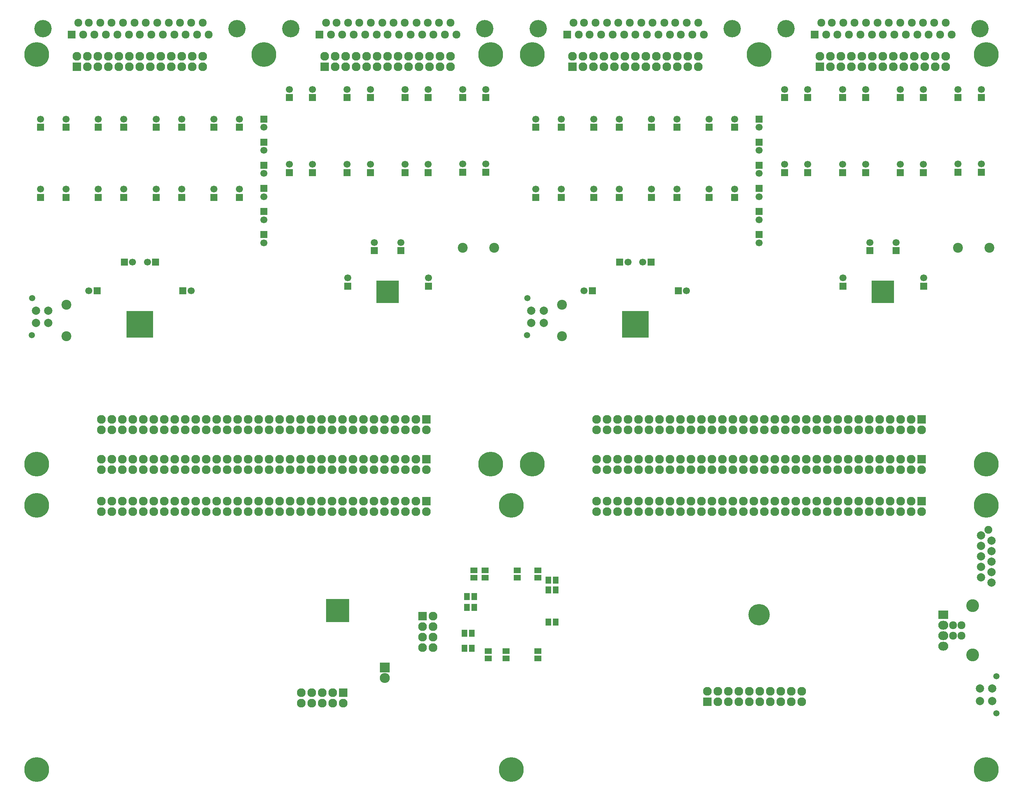
<source format=gbr>
G04 #@! TF.FileFunction,Soldermask,Bot*
%FSLAX46Y46*%
G04 Gerber Fmt 4.6, Leading zero omitted, Abs format (unit mm)*
G04 Created by KiCad (PCBNEW 4.0.7) date Friday, 13. April 2018 'u21' 16:21:34*
%MOMM*%
%LPD*%
G01*
G04 APERTURE LIST*
%ADD10C,0.100000*%
%ADD11R,2.127200X2.127200*%
%ADD12O,2.127200X2.127200*%
%ADD13C,6.000000*%
%ADD14R,1.700000X1.400000*%
%ADD15R,1.400000X1.700000*%
%ADD16R,2.432000X2.127200*%
%ADD17O,2.432000X2.127200*%
%ADD18O,5.200000X5.200000*%
%ADD19C,1.924000*%
%ADD20C,3.100020*%
%ADD21C,1.500000*%
%ADD22C,2.000000*%
%ADD23R,5.650000X5.650000*%
%ADD24R,2.432000X2.432000*%
%ADD25O,2.432000X2.432000*%
%ADD26C,1.900000*%
%ADD27R,1.700000X1.700000*%
%ADD28C,1.700000*%
%ADD29R,5.500000X5.500000*%
%ADD30R,6.550000X6.550000*%
%ADD31C,2.398980*%
%ADD32C,4.210000*%
%ADD33R,1.924000X1.924000*%
G04 APERTURE END LIST*
D10*
D11*
X249370000Y-154000000D03*
D12*
X249370000Y-156540000D03*
X246830000Y-154000000D03*
X246830000Y-156540000D03*
X244290000Y-154000000D03*
X244290000Y-156540000D03*
X241750000Y-154000000D03*
X241750000Y-156540000D03*
X239210000Y-154000000D03*
X239210000Y-156540000D03*
X236670000Y-154000000D03*
X236670000Y-156540000D03*
X234130000Y-154000000D03*
X234130000Y-156540000D03*
X231590000Y-154000000D03*
X231590000Y-156540000D03*
X229050000Y-154000000D03*
X229050000Y-156540000D03*
X226510000Y-154000000D03*
X226510000Y-156540000D03*
X223970000Y-154000000D03*
X223970000Y-156540000D03*
X221430000Y-154000000D03*
X221430000Y-156540000D03*
X218890000Y-154000000D03*
X218890000Y-156540000D03*
X216350000Y-154000000D03*
X216350000Y-156540000D03*
X213810000Y-154000000D03*
X213810000Y-156540000D03*
X211270000Y-154000000D03*
X211270000Y-156540000D03*
X208730000Y-154000000D03*
X208730000Y-156540000D03*
X206190000Y-154000000D03*
X206190000Y-156540000D03*
X203650000Y-154000000D03*
X203650000Y-156540000D03*
X201110000Y-154000000D03*
X201110000Y-156540000D03*
X198570000Y-154000000D03*
X198570000Y-156540000D03*
X196030000Y-154000000D03*
X196030000Y-156540000D03*
X193490000Y-154000000D03*
X193490000Y-156540000D03*
X190950000Y-154000000D03*
X190950000Y-156540000D03*
X188410000Y-154000000D03*
X188410000Y-156540000D03*
X185870000Y-154000000D03*
X185870000Y-156540000D03*
X183330000Y-154000000D03*
X183330000Y-156540000D03*
X180790000Y-154000000D03*
X180790000Y-156540000D03*
X178250000Y-154000000D03*
X178250000Y-156540000D03*
X175710000Y-154000000D03*
X175710000Y-156540000D03*
X173170000Y-154000000D03*
X173170000Y-156540000D03*
X170630000Y-154000000D03*
X170630000Y-156540000D03*
D13*
X35000000Y-155000000D03*
X150000000Y-155000000D03*
X265000000Y-155000000D03*
X35000000Y-219000000D03*
X150000000Y-219000000D03*
X265000000Y-219000000D03*
D14*
X144400000Y-190300000D03*
X144400000Y-192100000D03*
X148700000Y-190300000D03*
X148700000Y-192100000D03*
X156400000Y-190300000D03*
X156400000Y-192100000D03*
D15*
X158900000Y-183300000D03*
X160700000Y-183300000D03*
X158900000Y-175500000D03*
X160700000Y-175500000D03*
X158900000Y-173100000D03*
X160700000Y-173100000D03*
D14*
X156400000Y-172500000D03*
X156400000Y-170700000D03*
X151400000Y-172500000D03*
X151400000Y-170700000D03*
X143600000Y-172500000D03*
X143600000Y-170700000D03*
X140900000Y-172500000D03*
X140900000Y-170700000D03*
D15*
X141000000Y-177100000D03*
X139200000Y-177100000D03*
X141000000Y-179700000D03*
X139200000Y-179700000D03*
X140400000Y-186000000D03*
X138600000Y-186000000D03*
X140400000Y-189600000D03*
X138600000Y-189600000D03*
D11*
X128460000Y-181860000D03*
D12*
X131000000Y-181860000D03*
X128460000Y-184400000D03*
X131000000Y-184400000D03*
X128460000Y-186940000D03*
X131000000Y-186940000D03*
X128460000Y-189480000D03*
X131000000Y-189480000D03*
D11*
X129370000Y-154000000D03*
D12*
X129370000Y-156540000D03*
X126830000Y-154000000D03*
X126830000Y-156540000D03*
X124290000Y-154000000D03*
X124290000Y-156540000D03*
X121750000Y-154000000D03*
X121750000Y-156540000D03*
X119210000Y-154000000D03*
X119210000Y-156540000D03*
X116670000Y-154000000D03*
X116670000Y-156540000D03*
X114130000Y-154000000D03*
X114130000Y-156540000D03*
X111590000Y-154000000D03*
X111590000Y-156540000D03*
X109050000Y-154000000D03*
X109050000Y-156540000D03*
X106510000Y-154000000D03*
X106510000Y-156540000D03*
X103970000Y-154000000D03*
X103970000Y-156540000D03*
X101430000Y-154000000D03*
X101430000Y-156540000D03*
X98890000Y-154000000D03*
X98890000Y-156540000D03*
X96350000Y-154000000D03*
X96350000Y-156540000D03*
X93810000Y-154000000D03*
X93810000Y-156540000D03*
X91270000Y-154000000D03*
X91270000Y-156540000D03*
X88730000Y-154000000D03*
X88730000Y-156540000D03*
X86190000Y-154000000D03*
X86190000Y-156540000D03*
X83650000Y-154000000D03*
X83650000Y-156540000D03*
X81110000Y-154000000D03*
X81110000Y-156540000D03*
X78570000Y-154000000D03*
X78570000Y-156540000D03*
X76030000Y-154000000D03*
X76030000Y-156540000D03*
X73490000Y-154000000D03*
X73490000Y-156540000D03*
X70950000Y-154000000D03*
X70950000Y-156540000D03*
X68410000Y-154000000D03*
X68410000Y-156540000D03*
X65870000Y-154000000D03*
X65870000Y-156540000D03*
X63330000Y-154000000D03*
X63330000Y-156540000D03*
X60790000Y-154000000D03*
X60790000Y-156540000D03*
X58250000Y-154000000D03*
X58250000Y-156540000D03*
X55710000Y-154000000D03*
X55710000Y-156540000D03*
X53170000Y-154000000D03*
X53170000Y-156540000D03*
X50630000Y-154000000D03*
X50630000Y-156540000D03*
D11*
X197480000Y-202540000D03*
D12*
X197480000Y-200000000D03*
X200020000Y-202540000D03*
X200020000Y-200000000D03*
X202560000Y-202540000D03*
X202560000Y-200000000D03*
X205100000Y-202540000D03*
X205100000Y-200000000D03*
X207640000Y-202540000D03*
X207640000Y-200000000D03*
X210180000Y-202540000D03*
X210180000Y-200000000D03*
X212720000Y-202540000D03*
X212720000Y-200000000D03*
X215260000Y-202540000D03*
X215260000Y-200000000D03*
X217800000Y-202540000D03*
X217800000Y-200000000D03*
X220340000Y-202540000D03*
X220340000Y-200000000D03*
D16*
X254600000Y-181460000D03*
D17*
X254600000Y-184000000D03*
X254600000Y-186540000D03*
X254600000Y-189080000D03*
D18*
X210000000Y-181500000D03*
D19*
X257000000Y-186540000D03*
X257000000Y-184000000D03*
X258998980Y-184000000D03*
X258998980Y-186540000D03*
D20*
X261699000Y-191269480D03*
X261699000Y-179270520D03*
D21*
X267500000Y-196400000D03*
D22*
X263500000Y-202400000D03*
X263500000Y-199400000D03*
X266500000Y-202400000D03*
X266500000Y-199400000D03*
D21*
X267440000Y-205400000D03*
D23*
X107850000Y-180500000D03*
D24*
X119300000Y-194300000D03*
D25*
X119300000Y-196840000D03*
D11*
X109240000Y-200360000D03*
D12*
X109240000Y-202900000D03*
X106700000Y-200360000D03*
X106700000Y-202900000D03*
X104160000Y-200360000D03*
X104160000Y-202900000D03*
X101620000Y-200360000D03*
X101620000Y-202900000D03*
X99080000Y-200360000D03*
X99080000Y-202900000D03*
D22*
X263730000Y-162285000D03*
X266270000Y-163555000D03*
X263730000Y-164825000D03*
X266270000Y-166095000D03*
X263730000Y-167365000D03*
X266270000Y-168635000D03*
X263730000Y-169905000D03*
X266270000Y-171175000D03*
X263730000Y-172445000D03*
X266270000Y-173715000D03*
D26*
X265530000Y-160885000D03*
D27*
X77900000Y-63400000D03*
D28*
X77900000Y-61400000D03*
D27*
X63900000Y-63400000D03*
D28*
X63900000Y-61400000D03*
D13*
X35000000Y-45800000D03*
X145000000Y-45800000D03*
X145000000Y-145000000D03*
X35000000Y-145000000D03*
D27*
X70400000Y-103000000D03*
D28*
X72400000Y-103000000D03*
D27*
X56200000Y-96100000D03*
D28*
X58200000Y-96100000D03*
D27*
X49600000Y-103000000D03*
D28*
X47600000Y-103000000D03*
D27*
X63800000Y-96100000D03*
D28*
X61800000Y-96100000D03*
D27*
X138200000Y-74300000D03*
D28*
X138200000Y-72300000D03*
D27*
X138200000Y-56200000D03*
D28*
X138200000Y-54200000D03*
D27*
X143800000Y-74300000D03*
D28*
X143800000Y-72300000D03*
D27*
X143800000Y-56200000D03*
D28*
X143800000Y-54200000D03*
D27*
X124200000Y-74400000D03*
D28*
X124200000Y-72400000D03*
D27*
X124200000Y-56200000D03*
D28*
X124200000Y-54200000D03*
D27*
X129800000Y-56200000D03*
D28*
X129800000Y-54200000D03*
D27*
X110200000Y-74400000D03*
D28*
X110200000Y-72400000D03*
D27*
X110200000Y-56200000D03*
D28*
X110200000Y-54200000D03*
D27*
X115800000Y-74400000D03*
D28*
X115800000Y-72400000D03*
D27*
X115800000Y-56200000D03*
D28*
X115800000Y-54200000D03*
D27*
X96200000Y-74400000D03*
D28*
X96200000Y-72400000D03*
D27*
X96200000Y-56200000D03*
D28*
X96200000Y-54200000D03*
D27*
X101800000Y-74400000D03*
D28*
X101800000Y-72400000D03*
D27*
X101800000Y-56200000D03*
D28*
X101800000Y-54200000D03*
D27*
X84100000Y-80400000D03*
D28*
X84100000Y-78400000D03*
D27*
X84100000Y-63400000D03*
D28*
X84100000Y-61400000D03*
D27*
X77900000Y-80400000D03*
D28*
X77900000Y-78400000D03*
D27*
X70100000Y-80400000D03*
D28*
X70100000Y-78400000D03*
D27*
X70100000Y-63400000D03*
D28*
X70100000Y-61400000D03*
D27*
X63900000Y-80400000D03*
D28*
X63900000Y-78400000D03*
D27*
X56100000Y-80400000D03*
D28*
X56100000Y-78400000D03*
D27*
X56100000Y-63400000D03*
D28*
X56100000Y-61400000D03*
D27*
X49900000Y-80400000D03*
D28*
X49900000Y-78400000D03*
D27*
X49900000Y-63400000D03*
D28*
X49900000Y-61400000D03*
D27*
X42100000Y-80400000D03*
D28*
X42100000Y-78400000D03*
D27*
X42100000Y-63400000D03*
D28*
X42100000Y-61400000D03*
D27*
X35900000Y-80400000D03*
D28*
X35900000Y-78400000D03*
D27*
X35900000Y-63400000D03*
D28*
X35900000Y-61400000D03*
D27*
X110300000Y-101900000D03*
D28*
X110300000Y-99900000D03*
D27*
X116800000Y-93300000D03*
D28*
X116800000Y-91300000D03*
D27*
X123200000Y-93300000D03*
D28*
X123200000Y-91300000D03*
D27*
X129900000Y-101900000D03*
D28*
X129900000Y-99900000D03*
D27*
X129800000Y-74400000D03*
D28*
X129800000Y-72400000D03*
D29*
X120000000Y-103300000D03*
D30*
X60000000Y-111100000D03*
D11*
X44760000Y-48700000D03*
D12*
X44760000Y-46160000D03*
X47300000Y-48700000D03*
X47300000Y-46160000D03*
X49840000Y-48700000D03*
X49840000Y-46160000D03*
X52380000Y-48700000D03*
X52380000Y-46160000D03*
X54920000Y-48700000D03*
X54920000Y-46160000D03*
X57460000Y-48700000D03*
X57460000Y-46160000D03*
X60000000Y-48700000D03*
X60000000Y-46160000D03*
X62540000Y-48700000D03*
X62540000Y-46160000D03*
X65080000Y-48700000D03*
X65080000Y-46160000D03*
X67620000Y-48700000D03*
X67620000Y-46160000D03*
X70160000Y-48700000D03*
X70160000Y-46160000D03*
X72700000Y-48700000D03*
X72700000Y-46160000D03*
X75240000Y-48700000D03*
X75240000Y-46160000D03*
D11*
X104760000Y-48700000D03*
D12*
X104760000Y-46160000D03*
X107300000Y-48700000D03*
X107300000Y-46160000D03*
X109840000Y-48700000D03*
X109840000Y-46160000D03*
X112380000Y-48700000D03*
X112380000Y-46160000D03*
X114920000Y-48700000D03*
X114920000Y-46160000D03*
X117460000Y-48700000D03*
X117460000Y-46160000D03*
X120000000Y-48700000D03*
X120000000Y-46160000D03*
X122540000Y-48700000D03*
X122540000Y-46160000D03*
X125080000Y-48700000D03*
X125080000Y-46160000D03*
X127620000Y-48700000D03*
X127620000Y-46160000D03*
X130160000Y-48700000D03*
X130160000Y-46160000D03*
X132700000Y-48700000D03*
X132700000Y-46160000D03*
X135240000Y-48700000D03*
X135240000Y-46160000D03*
D31*
X145800000Y-92600000D03*
X138180000Y-92600000D03*
D13*
X90000000Y-45800000D03*
D21*
X33800000Y-113800000D03*
D22*
X37800000Y-107800000D03*
X37800000Y-110800000D03*
X34800000Y-107800000D03*
X34800000Y-110800000D03*
D21*
X33860000Y-104800000D03*
D31*
X42200000Y-114020000D03*
X42200000Y-106400000D03*
D32*
X83495000Y-39500000D03*
X36505000Y-39500000D03*
D33*
X43490000Y-40940000D03*
D19*
X46284000Y-40940000D03*
X48951000Y-40940000D03*
X51745000Y-40940000D03*
X54539000Y-40940000D03*
X57333000Y-40940000D03*
X60000000Y-40940000D03*
X62794000Y-40940000D03*
X65588000Y-40940000D03*
X68382000Y-40940000D03*
X71049000Y-40940000D03*
X73843000Y-40940000D03*
X76637000Y-40940000D03*
X45064800Y-38100000D03*
X47604800Y-38100000D03*
X50398800Y-38100000D03*
X53142000Y-38100000D03*
X55885200Y-38100000D03*
X58679200Y-38100000D03*
X61422400Y-38100000D03*
X64165600Y-38100000D03*
X67010400Y-38100000D03*
X69702800Y-38100000D03*
X72446000Y-38100000D03*
X75240000Y-38100000D03*
D32*
X143495000Y-39500000D03*
X96505000Y-39500000D03*
D33*
X103490000Y-40940000D03*
D19*
X106284000Y-40940000D03*
X108951000Y-40940000D03*
X111745000Y-40940000D03*
X114539000Y-40940000D03*
X117333000Y-40940000D03*
X120000000Y-40940000D03*
X122794000Y-40940000D03*
X125588000Y-40940000D03*
X128382000Y-40940000D03*
X131049000Y-40940000D03*
X133843000Y-40940000D03*
X136637000Y-40940000D03*
X105064800Y-38100000D03*
X107604800Y-38100000D03*
X110398800Y-38100000D03*
X113142000Y-38100000D03*
X115885200Y-38100000D03*
X118679200Y-38100000D03*
X121422400Y-38100000D03*
X124165600Y-38100000D03*
X127010400Y-38100000D03*
X129702800Y-38100000D03*
X132446000Y-38100000D03*
X135240000Y-38100000D03*
D27*
X90000000Y-61400000D03*
D28*
X90000000Y-63400000D03*
D27*
X90000000Y-72600000D03*
D28*
X90000000Y-74600000D03*
D27*
X90000000Y-67000000D03*
D28*
X90000000Y-69000000D03*
D27*
X90000000Y-78200000D03*
D28*
X90000000Y-80200000D03*
D27*
X90000000Y-83800000D03*
D28*
X90000000Y-85800000D03*
D27*
X90000000Y-89400000D03*
D28*
X90000000Y-91400000D03*
D11*
X129370000Y-143860000D03*
D12*
X129370000Y-146400000D03*
X126830000Y-143860000D03*
X126830000Y-146400000D03*
X124290000Y-143860000D03*
X124290000Y-146400000D03*
X121750000Y-143860000D03*
X121750000Y-146400000D03*
X119210000Y-143860000D03*
X119210000Y-146400000D03*
X116670000Y-143860000D03*
X116670000Y-146400000D03*
X114130000Y-143860000D03*
X114130000Y-146400000D03*
X111590000Y-143860000D03*
X111590000Y-146400000D03*
X109050000Y-143860000D03*
X109050000Y-146400000D03*
X106510000Y-143860000D03*
X106510000Y-146400000D03*
X103970000Y-143860000D03*
X103970000Y-146400000D03*
X101430000Y-143860000D03*
X101430000Y-146400000D03*
X98890000Y-143860000D03*
X98890000Y-146400000D03*
X96350000Y-143860000D03*
X96350000Y-146400000D03*
X93810000Y-143860000D03*
X93810000Y-146400000D03*
X91270000Y-143860000D03*
X91270000Y-146400000D03*
X88730000Y-143860000D03*
X88730000Y-146400000D03*
X86190000Y-143860000D03*
X86190000Y-146400000D03*
X83650000Y-143860000D03*
X83650000Y-146400000D03*
X81110000Y-143860000D03*
X81110000Y-146400000D03*
X78570000Y-143860000D03*
X78570000Y-146400000D03*
X76030000Y-143860000D03*
X76030000Y-146400000D03*
X73490000Y-143860000D03*
X73490000Y-146400000D03*
X70950000Y-143860000D03*
X70950000Y-146400000D03*
X68410000Y-143860000D03*
X68410000Y-146400000D03*
X65870000Y-143860000D03*
X65870000Y-146400000D03*
X63330000Y-143860000D03*
X63330000Y-146400000D03*
X60790000Y-143860000D03*
X60790000Y-146400000D03*
X58250000Y-143860000D03*
X58250000Y-146400000D03*
X55710000Y-143860000D03*
X55710000Y-146400000D03*
X53170000Y-143860000D03*
X53170000Y-146400000D03*
X50630000Y-143860000D03*
X50630000Y-146400000D03*
D11*
X129370000Y-134200000D03*
D12*
X129370000Y-136740000D03*
X126830000Y-134200000D03*
X126830000Y-136740000D03*
X124290000Y-134200000D03*
X124290000Y-136740000D03*
X121750000Y-134200000D03*
X121750000Y-136740000D03*
X119210000Y-134200000D03*
X119210000Y-136740000D03*
X116670000Y-134200000D03*
X116670000Y-136740000D03*
X114130000Y-134200000D03*
X114130000Y-136740000D03*
X111590000Y-134200000D03*
X111590000Y-136740000D03*
X109050000Y-134200000D03*
X109050000Y-136740000D03*
X106510000Y-134200000D03*
X106510000Y-136740000D03*
X103970000Y-134200000D03*
X103970000Y-136740000D03*
X101430000Y-134200000D03*
X101430000Y-136740000D03*
X98890000Y-134200000D03*
X98890000Y-136740000D03*
X96350000Y-134200000D03*
X96350000Y-136740000D03*
X93810000Y-134200000D03*
X93810000Y-136740000D03*
X91270000Y-134200000D03*
X91270000Y-136740000D03*
X88730000Y-134200000D03*
X88730000Y-136740000D03*
X86190000Y-134200000D03*
X86190000Y-136740000D03*
X83650000Y-134200000D03*
X83650000Y-136740000D03*
X81110000Y-134200000D03*
X81110000Y-136740000D03*
X78570000Y-134200000D03*
X78570000Y-136740000D03*
X76030000Y-134200000D03*
X76030000Y-136740000D03*
X73490000Y-134200000D03*
X73490000Y-136740000D03*
X70950000Y-134200000D03*
X70950000Y-136740000D03*
X68410000Y-134200000D03*
X68410000Y-136740000D03*
X65870000Y-134200000D03*
X65870000Y-136740000D03*
X63330000Y-134200000D03*
X63330000Y-136740000D03*
X60790000Y-134200000D03*
X60790000Y-136740000D03*
X58250000Y-134200000D03*
X58250000Y-136740000D03*
X55710000Y-134200000D03*
X55710000Y-136740000D03*
X53170000Y-134200000D03*
X53170000Y-136740000D03*
X50630000Y-134200000D03*
X50630000Y-136740000D03*
D27*
X197900000Y-63400000D03*
D28*
X197900000Y-61400000D03*
D27*
X183900000Y-63400000D03*
D28*
X183900000Y-61400000D03*
D13*
X155000000Y-45800000D03*
X265000000Y-45800000D03*
X265000000Y-145000000D03*
X155000000Y-145000000D03*
D27*
X190400000Y-103000000D03*
D28*
X192400000Y-103000000D03*
D27*
X176200000Y-96100000D03*
D28*
X178200000Y-96100000D03*
D27*
X169600000Y-103000000D03*
D28*
X167600000Y-103000000D03*
D27*
X183800000Y-96100000D03*
D28*
X181800000Y-96100000D03*
D27*
X258200000Y-74300000D03*
D28*
X258200000Y-72300000D03*
D27*
X258200000Y-56200000D03*
D28*
X258200000Y-54200000D03*
D27*
X263800000Y-74300000D03*
D28*
X263800000Y-72300000D03*
D27*
X263800000Y-56200000D03*
D28*
X263800000Y-54200000D03*
D27*
X244200000Y-74400000D03*
D28*
X244200000Y-72400000D03*
D27*
X244200000Y-56200000D03*
D28*
X244200000Y-54200000D03*
D27*
X249800000Y-56200000D03*
D28*
X249800000Y-54200000D03*
D27*
X230200000Y-74400000D03*
D28*
X230200000Y-72400000D03*
D27*
X230200000Y-56200000D03*
D28*
X230200000Y-54200000D03*
D27*
X235800000Y-74400000D03*
D28*
X235800000Y-72400000D03*
D27*
X235800000Y-56200000D03*
D28*
X235800000Y-54200000D03*
D27*
X216200000Y-74400000D03*
D28*
X216200000Y-72400000D03*
D27*
X216200000Y-56200000D03*
D28*
X216200000Y-54200000D03*
D27*
X221800000Y-74400000D03*
D28*
X221800000Y-72400000D03*
D27*
X221800000Y-56200000D03*
D28*
X221800000Y-54200000D03*
D27*
X204100000Y-80400000D03*
D28*
X204100000Y-78400000D03*
D27*
X204100000Y-63400000D03*
D28*
X204100000Y-61400000D03*
D27*
X197900000Y-80400000D03*
D28*
X197900000Y-78400000D03*
D27*
X190100000Y-80400000D03*
D28*
X190100000Y-78400000D03*
D27*
X190100000Y-63400000D03*
D28*
X190100000Y-61400000D03*
D27*
X183900000Y-80400000D03*
D28*
X183900000Y-78400000D03*
D27*
X176100000Y-80400000D03*
D28*
X176100000Y-78400000D03*
D27*
X176100000Y-63400000D03*
D28*
X176100000Y-61400000D03*
D27*
X169900000Y-80400000D03*
D28*
X169900000Y-78400000D03*
D27*
X169900000Y-63400000D03*
D28*
X169900000Y-61400000D03*
D27*
X162100000Y-80400000D03*
D28*
X162100000Y-78400000D03*
D27*
X162100000Y-63400000D03*
D28*
X162100000Y-61400000D03*
D27*
X155900000Y-80400000D03*
D28*
X155900000Y-78400000D03*
D27*
X155900000Y-63400000D03*
D28*
X155900000Y-61400000D03*
D27*
X230300000Y-101900000D03*
D28*
X230300000Y-99900000D03*
D27*
X236800000Y-93300000D03*
D28*
X236800000Y-91300000D03*
D27*
X243200000Y-93300000D03*
D28*
X243200000Y-91300000D03*
D27*
X249900000Y-101900000D03*
D28*
X249900000Y-99900000D03*
D27*
X249800000Y-74400000D03*
D28*
X249800000Y-72400000D03*
D29*
X240000000Y-103300000D03*
D30*
X180000000Y-111100000D03*
D11*
X164760000Y-48700000D03*
D12*
X164760000Y-46160000D03*
X167300000Y-48700000D03*
X167300000Y-46160000D03*
X169840000Y-48700000D03*
X169840000Y-46160000D03*
X172380000Y-48700000D03*
X172380000Y-46160000D03*
X174920000Y-48700000D03*
X174920000Y-46160000D03*
X177460000Y-48700000D03*
X177460000Y-46160000D03*
X180000000Y-48700000D03*
X180000000Y-46160000D03*
X182540000Y-48700000D03*
X182540000Y-46160000D03*
X185080000Y-48700000D03*
X185080000Y-46160000D03*
X187620000Y-48700000D03*
X187620000Y-46160000D03*
X190160000Y-48700000D03*
X190160000Y-46160000D03*
X192700000Y-48700000D03*
X192700000Y-46160000D03*
X195240000Y-48700000D03*
X195240000Y-46160000D03*
D11*
X224760000Y-48700000D03*
D12*
X224760000Y-46160000D03*
X227300000Y-48700000D03*
X227300000Y-46160000D03*
X229840000Y-48700000D03*
X229840000Y-46160000D03*
X232380000Y-48700000D03*
X232380000Y-46160000D03*
X234920000Y-48700000D03*
X234920000Y-46160000D03*
X237460000Y-48700000D03*
X237460000Y-46160000D03*
X240000000Y-48700000D03*
X240000000Y-46160000D03*
X242540000Y-48700000D03*
X242540000Y-46160000D03*
X245080000Y-48700000D03*
X245080000Y-46160000D03*
X247620000Y-48700000D03*
X247620000Y-46160000D03*
X250160000Y-48700000D03*
X250160000Y-46160000D03*
X252700000Y-48700000D03*
X252700000Y-46160000D03*
X255240000Y-48700000D03*
X255240000Y-46160000D03*
D31*
X265800000Y-92600000D03*
X258180000Y-92600000D03*
D13*
X210000000Y-45800000D03*
D21*
X153800000Y-113800000D03*
D22*
X157800000Y-107800000D03*
X157800000Y-110800000D03*
X154800000Y-107800000D03*
X154800000Y-110800000D03*
D21*
X153860000Y-104800000D03*
D31*
X162200000Y-114020000D03*
X162200000Y-106400000D03*
D32*
X203495000Y-39500000D03*
X156505000Y-39500000D03*
D33*
X163490000Y-40940000D03*
D19*
X166284000Y-40940000D03*
X168951000Y-40940000D03*
X171745000Y-40940000D03*
X174539000Y-40940000D03*
X177333000Y-40940000D03*
X180000000Y-40940000D03*
X182794000Y-40940000D03*
X185588000Y-40940000D03*
X188382000Y-40940000D03*
X191049000Y-40940000D03*
X193843000Y-40940000D03*
X196637000Y-40940000D03*
X165064800Y-38100000D03*
X167604800Y-38100000D03*
X170398800Y-38100000D03*
X173142000Y-38100000D03*
X175885200Y-38100000D03*
X178679200Y-38100000D03*
X181422400Y-38100000D03*
X184165600Y-38100000D03*
X187010400Y-38100000D03*
X189702800Y-38100000D03*
X192446000Y-38100000D03*
X195240000Y-38100000D03*
D32*
X263495000Y-39500000D03*
X216505000Y-39500000D03*
D33*
X223490000Y-40940000D03*
D19*
X226284000Y-40940000D03*
X228951000Y-40940000D03*
X231745000Y-40940000D03*
X234539000Y-40940000D03*
X237333000Y-40940000D03*
X240000000Y-40940000D03*
X242794000Y-40940000D03*
X245588000Y-40940000D03*
X248382000Y-40940000D03*
X251049000Y-40940000D03*
X253843000Y-40940000D03*
X256637000Y-40940000D03*
X225064800Y-38100000D03*
X227604800Y-38100000D03*
X230398800Y-38100000D03*
X233142000Y-38100000D03*
X235885200Y-38100000D03*
X238679200Y-38100000D03*
X241422400Y-38100000D03*
X244165600Y-38100000D03*
X247010400Y-38100000D03*
X249702800Y-38100000D03*
X252446000Y-38100000D03*
X255240000Y-38100000D03*
D27*
X210000000Y-61400000D03*
D28*
X210000000Y-63400000D03*
D27*
X210000000Y-72600000D03*
D28*
X210000000Y-74600000D03*
D27*
X210000000Y-67000000D03*
D28*
X210000000Y-69000000D03*
D27*
X210000000Y-78200000D03*
D28*
X210000000Y-80200000D03*
D27*
X210000000Y-83800000D03*
D28*
X210000000Y-85800000D03*
D27*
X210000000Y-89400000D03*
D28*
X210000000Y-91400000D03*
D11*
X249370000Y-143860000D03*
D12*
X249370000Y-146400000D03*
X246830000Y-143860000D03*
X246830000Y-146400000D03*
X244290000Y-143860000D03*
X244290000Y-146400000D03*
X241750000Y-143860000D03*
X241750000Y-146400000D03*
X239210000Y-143860000D03*
X239210000Y-146400000D03*
X236670000Y-143860000D03*
X236670000Y-146400000D03*
X234130000Y-143860000D03*
X234130000Y-146400000D03*
X231590000Y-143860000D03*
X231590000Y-146400000D03*
X229050000Y-143860000D03*
X229050000Y-146400000D03*
X226510000Y-143860000D03*
X226510000Y-146400000D03*
X223970000Y-143860000D03*
X223970000Y-146400000D03*
X221430000Y-143860000D03*
X221430000Y-146400000D03*
X218890000Y-143860000D03*
X218890000Y-146400000D03*
X216350000Y-143860000D03*
X216350000Y-146400000D03*
X213810000Y-143860000D03*
X213810000Y-146400000D03*
X211270000Y-143860000D03*
X211270000Y-146400000D03*
X208730000Y-143860000D03*
X208730000Y-146400000D03*
X206190000Y-143860000D03*
X206190000Y-146400000D03*
X203650000Y-143860000D03*
X203650000Y-146400000D03*
X201110000Y-143860000D03*
X201110000Y-146400000D03*
X198570000Y-143860000D03*
X198570000Y-146400000D03*
X196030000Y-143860000D03*
X196030000Y-146400000D03*
X193490000Y-143860000D03*
X193490000Y-146400000D03*
X190950000Y-143860000D03*
X190950000Y-146400000D03*
X188410000Y-143860000D03*
X188410000Y-146400000D03*
X185870000Y-143860000D03*
X185870000Y-146400000D03*
X183330000Y-143860000D03*
X183330000Y-146400000D03*
X180790000Y-143860000D03*
X180790000Y-146400000D03*
X178250000Y-143860000D03*
X178250000Y-146400000D03*
X175710000Y-143860000D03*
X175710000Y-146400000D03*
X173170000Y-143860000D03*
X173170000Y-146400000D03*
X170630000Y-143860000D03*
X170630000Y-146400000D03*
D11*
X249370000Y-134200000D03*
D12*
X249370000Y-136740000D03*
X246830000Y-134200000D03*
X246830000Y-136740000D03*
X244290000Y-134200000D03*
X244290000Y-136740000D03*
X241750000Y-134200000D03*
X241750000Y-136740000D03*
X239210000Y-134200000D03*
X239210000Y-136740000D03*
X236670000Y-134200000D03*
X236670000Y-136740000D03*
X234130000Y-134200000D03*
X234130000Y-136740000D03*
X231590000Y-134200000D03*
X231590000Y-136740000D03*
X229050000Y-134200000D03*
X229050000Y-136740000D03*
X226510000Y-134200000D03*
X226510000Y-136740000D03*
X223970000Y-134200000D03*
X223970000Y-136740000D03*
X221430000Y-134200000D03*
X221430000Y-136740000D03*
X218890000Y-134200000D03*
X218890000Y-136740000D03*
X216350000Y-134200000D03*
X216350000Y-136740000D03*
X213810000Y-134200000D03*
X213810000Y-136740000D03*
X211270000Y-134200000D03*
X211270000Y-136740000D03*
X208730000Y-134200000D03*
X208730000Y-136740000D03*
X206190000Y-134200000D03*
X206190000Y-136740000D03*
X203650000Y-134200000D03*
X203650000Y-136740000D03*
X201110000Y-134200000D03*
X201110000Y-136740000D03*
X198570000Y-134200000D03*
X198570000Y-136740000D03*
X196030000Y-134200000D03*
X196030000Y-136740000D03*
X193490000Y-134200000D03*
X193490000Y-136740000D03*
X190950000Y-134200000D03*
X190950000Y-136740000D03*
X188410000Y-134200000D03*
X188410000Y-136740000D03*
X185870000Y-134200000D03*
X185870000Y-136740000D03*
X183330000Y-134200000D03*
X183330000Y-136740000D03*
X180790000Y-134200000D03*
X180790000Y-136740000D03*
X178250000Y-134200000D03*
X178250000Y-136740000D03*
X175710000Y-134200000D03*
X175710000Y-136740000D03*
X173170000Y-134200000D03*
X173170000Y-136740000D03*
X170630000Y-134200000D03*
X170630000Y-136740000D03*
M02*

</source>
